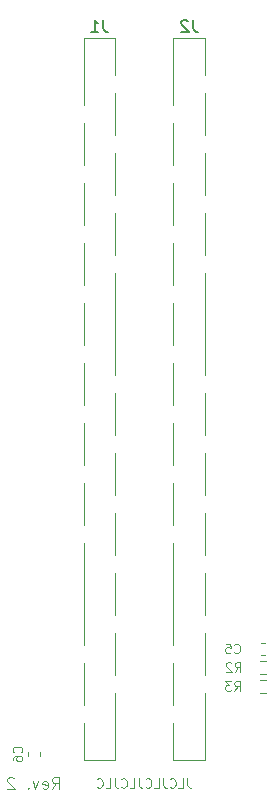
<source format=gbr>
G04 #@! TF.GenerationSoftware,KiCad,Pcbnew,8.0.4+dfsg-1*
G04 #@! TF.CreationDate,2025-03-05T20:28:27+09:00*
G04 #@! TF.ProjectId,bionic-p8080,62696f6e-6963-42d7-9038-3038302e6b69,2*
G04 #@! TF.SameCoordinates,Original*
G04 #@! TF.FileFunction,Legend,Bot*
G04 #@! TF.FilePolarity,Positive*
%FSLAX46Y46*%
G04 Gerber Fmt 4.6, Leading zero omitted, Abs format (unit mm)*
G04 Created by KiCad (PCBNEW 8.0.4+dfsg-1) date 2025-03-05 20:28:27*
%MOMM*%
%LPD*%
G01*
G04 APERTURE LIST*
%ADD10C,0.100000*%
%ADD11C,0.125000*%
%ADD12C,0.150000*%
%ADD13C,0.120000*%
G04 APERTURE END LIST*
D10*
X117395238Y-136406895D02*
X117395238Y-136978323D01*
X117395238Y-136978323D02*
X117433333Y-137092609D01*
X117433333Y-137092609D02*
X117509524Y-137168800D01*
X117509524Y-137168800D02*
X117623809Y-137206895D01*
X117623809Y-137206895D02*
X117700000Y-137206895D01*
X116633333Y-137206895D02*
X117014285Y-137206895D01*
X117014285Y-137206895D02*
X117014285Y-136406895D01*
X115909523Y-137130704D02*
X115947619Y-137168800D01*
X115947619Y-137168800D02*
X116061904Y-137206895D01*
X116061904Y-137206895D02*
X116138095Y-137206895D01*
X116138095Y-137206895D02*
X116252381Y-137168800D01*
X116252381Y-137168800D02*
X116328571Y-137092609D01*
X116328571Y-137092609D02*
X116366666Y-137016419D01*
X116366666Y-137016419D02*
X116404762Y-136864038D01*
X116404762Y-136864038D02*
X116404762Y-136749752D01*
X116404762Y-136749752D02*
X116366666Y-136597371D01*
X116366666Y-136597371D02*
X116328571Y-136521180D01*
X116328571Y-136521180D02*
X116252381Y-136444990D01*
X116252381Y-136444990D02*
X116138095Y-136406895D01*
X116138095Y-136406895D02*
X116061904Y-136406895D01*
X116061904Y-136406895D02*
X115947619Y-136444990D01*
X115947619Y-136444990D02*
X115909523Y-136483085D01*
X115338095Y-136406895D02*
X115338095Y-136978323D01*
X115338095Y-136978323D02*
X115376190Y-137092609D01*
X115376190Y-137092609D02*
X115452381Y-137168800D01*
X115452381Y-137168800D02*
X115566666Y-137206895D01*
X115566666Y-137206895D02*
X115642857Y-137206895D01*
X114576190Y-137206895D02*
X114957142Y-137206895D01*
X114957142Y-137206895D02*
X114957142Y-136406895D01*
X113852380Y-137130704D02*
X113890476Y-137168800D01*
X113890476Y-137168800D02*
X114004761Y-137206895D01*
X114004761Y-137206895D02*
X114080952Y-137206895D01*
X114080952Y-137206895D02*
X114195238Y-137168800D01*
X114195238Y-137168800D02*
X114271428Y-137092609D01*
X114271428Y-137092609D02*
X114309523Y-137016419D01*
X114309523Y-137016419D02*
X114347619Y-136864038D01*
X114347619Y-136864038D02*
X114347619Y-136749752D01*
X114347619Y-136749752D02*
X114309523Y-136597371D01*
X114309523Y-136597371D02*
X114271428Y-136521180D01*
X114271428Y-136521180D02*
X114195238Y-136444990D01*
X114195238Y-136444990D02*
X114080952Y-136406895D01*
X114080952Y-136406895D02*
X114004761Y-136406895D01*
X114004761Y-136406895D02*
X113890476Y-136444990D01*
X113890476Y-136444990D02*
X113852380Y-136483085D01*
X113280952Y-136406895D02*
X113280952Y-136978323D01*
X113280952Y-136978323D02*
X113319047Y-137092609D01*
X113319047Y-137092609D02*
X113395238Y-137168800D01*
X113395238Y-137168800D02*
X113509523Y-137206895D01*
X113509523Y-137206895D02*
X113585714Y-137206895D01*
X112519047Y-137206895D02*
X112899999Y-137206895D01*
X112899999Y-137206895D02*
X112899999Y-136406895D01*
X111795237Y-137130704D02*
X111833333Y-137168800D01*
X111833333Y-137168800D02*
X111947618Y-137206895D01*
X111947618Y-137206895D02*
X112023809Y-137206895D01*
X112023809Y-137206895D02*
X112138095Y-137168800D01*
X112138095Y-137168800D02*
X112214285Y-137092609D01*
X112214285Y-137092609D02*
X112252380Y-137016419D01*
X112252380Y-137016419D02*
X112290476Y-136864038D01*
X112290476Y-136864038D02*
X112290476Y-136749752D01*
X112290476Y-136749752D02*
X112252380Y-136597371D01*
X112252380Y-136597371D02*
X112214285Y-136521180D01*
X112214285Y-136521180D02*
X112138095Y-136444990D01*
X112138095Y-136444990D02*
X112023809Y-136406895D01*
X112023809Y-136406895D02*
X111947618Y-136406895D01*
X111947618Y-136406895D02*
X111833333Y-136444990D01*
X111833333Y-136444990D02*
X111795237Y-136483085D01*
X111223809Y-136406895D02*
X111223809Y-136978323D01*
X111223809Y-136978323D02*
X111261904Y-137092609D01*
X111261904Y-137092609D02*
X111338095Y-137168800D01*
X111338095Y-137168800D02*
X111452380Y-137206895D01*
X111452380Y-137206895D02*
X111528571Y-137206895D01*
X110461904Y-137206895D02*
X110842856Y-137206895D01*
X110842856Y-137206895D02*
X110842856Y-136406895D01*
X109738094Y-137130704D02*
X109776190Y-137168800D01*
X109776190Y-137168800D02*
X109890475Y-137206895D01*
X109890475Y-137206895D02*
X109966666Y-137206895D01*
X109966666Y-137206895D02*
X110080952Y-137168800D01*
X110080952Y-137168800D02*
X110157142Y-137092609D01*
X110157142Y-137092609D02*
X110195237Y-137016419D01*
X110195237Y-137016419D02*
X110233333Y-136864038D01*
X110233333Y-136864038D02*
X110233333Y-136749752D01*
X110233333Y-136749752D02*
X110195237Y-136597371D01*
X110195237Y-136597371D02*
X110157142Y-136521180D01*
X110157142Y-136521180D02*
X110080952Y-136444990D01*
X110080952Y-136444990D02*
X109966666Y-136406895D01*
X109966666Y-136406895D02*
X109890475Y-136406895D01*
X109890475Y-136406895D02*
X109776190Y-136444990D01*
X109776190Y-136444990D02*
X109738094Y-136483085D01*
D11*
X105950240Y-137308119D02*
X106283573Y-136831928D01*
X106521668Y-137308119D02*
X106521668Y-136308119D01*
X106521668Y-136308119D02*
X106140716Y-136308119D01*
X106140716Y-136308119D02*
X106045478Y-136355738D01*
X106045478Y-136355738D02*
X105997859Y-136403357D01*
X105997859Y-136403357D02*
X105950240Y-136498595D01*
X105950240Y-136498595D02*
X105950240Y-136641452D01*
X105950240Y-136641452D02*
X105997859Y-136736690D01*
X105997859Y-136736690D02*
X106045478Y-136784309D01*
X106045478Y-136784309D02*
X106140716Y-136831928D01*
X106140716Y-136831928D02*
X106521668Y-136831928D01*
X105140716Y-137260500D02*
X105235954Y-137308119D01*
X105235954Y-137308119D02*
X105426430Y-137308119D01*
X105426430Y-137308119D02*
X105521668Y-137260500D01*
X105521668Y-137260500D02*
X105569287Y-137165261D01*
X105569287Y-137165261D02*
X105569287Y-136784309D01*
X105569287Y-136784309D02*
X105521668Y-136689071D01*
X105521668Y-136689071D02*
X105426430Y-136641452D01*
X105426430Y-136641452D02*
X105235954Y-136641452D01*
X105235954Y-136641452D02*
X105140716Y-136689071D01*
X105140716Y-136689071D02*
X105093097Y-136784309D01*
X105093097Y-136784309D02*
X105093097Y-136879547D01*
X105093097Y-136879547D02*
X105569287Y-136974785D01*
X104759763Y-136641452D02*
X104521668Y-137308119D01*
X104521668Y-137308119D02*
X104283573Y-136641452D01*
X103902620Y-137212880D02*
X103855001Y-137260500D01*
X103855001Y-137260500D02*
X103902620Y-137308119D01*
X103902620Y-137308119D02*
X103950239Y-137260500D01*
X103950239Y-137260500D02*
X103902620Y-137212880D01*
X103902620Y-137212880D02*
X103902620Y-137308119D01*
X102712144Y-136403357D02*
X102664525Y-136355738D01*
X102664525Y-136355738D02*
X102569287Y-136308119D01*
X102569287Y-136308119D02*
X102331192Y-136308119D01*
X102331192Y-136308119D02*
X102235954Y-136355738D01*
X102235954Y-136355738D02*
X102188335Y-136403357D01*
X102188335Y-136403357D02*
X102140716Y-136498595D01*
X102140716Y-136498595D02*
X102140716Y-136593833D01*
X102140716Y-136593833D02*
X102188335Y-136736690D01*
X102188335Y-136736690D02*
X102759763Y-137308119D01*
X102759763Y-137308119D02*
X102140716Y-137308119D01*
D10*
X103320704Y-134205967D02*
X103358800Y-134167871D01*
X103358800Y-134167871D02*
X103396895Y-134053586D01*
X103396895Y-134053586D02*
X103396895Y-133977395D01*
X103396895Y-133977395D02*
X103358800Y-133863109D01*
X103358800Y-133863109D02*
X103282609Y-133786919D01*
X103282609Y-133786919D02*
X103206419Y-133748824D01*
X103206419Y-133748824D02*
X103054038Y-133710728D01*
X103054038Y-133710728D02*
X102939752Y-133710728D01*
X102939752Y-133710728D02*
X102787371Y-133748824D01*
X102787371Y-133748824D02*
X102711180Y-133786919D01*
X102711180Y-133786919D02*
X102634990Y-133863109D01*
X102634990Y-133863109D02*
X102596895Y-133977395D01*
X102596895Y-133977395D02*
X102596895Y-134053586D01*
X102596895Y-134053586D02*
X102634990Y-134167871D01*
X102634990Y-134167871D02*
X102673085Y-134205967D01*
X102596895Y-134891681D02*
X102596895Y-134739300D01*
X102596895Y-134739300D02*
X102634990Y-134663109D01*
X102634990Y-134663109D02*
X102673085Y-134625014D01*
X102673085Y-134625014D02*
X102787371Y-134548824D01*
X102787371Y-134548824D02*
X102939752Y-134510728D01*
X102939752Y-134510728D02*
X103244514Y-134510728D01*
X103244514Y-134510728D02*
X103320704Y-134548824D01*
X103320704Y-134548824D02*
X103358800Y-134586919D01*
X103358800Y-134586919D02*
X103396895Y-134663109D01*
X103396895Y-134663109D02*
X103396895Y-134815490D01*
X103396895Y-134815490D02*
X103358800Y-134891681D01*
X103358800Y-134891681D02*
X103320704Y-134929776D01*
X103320704Y-134929776D02*
X103244514Y-134967871D01*
X103244514Y-134967871D02*
X103054038Y-134967871D01*
X103054038Y-134967871D02*
X102977847Y-134929776D01*
X102977847Y-134929776D02*
X102939752Y-134891681D01*
X102939752Y-134891681D02*
X102901657Y-134815490D01*
X102901657Y-134815490D02*
X102901657Y-134663109D01*
X102901657Y-134663109D02*
X102939752Y-134586919D01*
X102939752Y-134586919D02*
X102977847Y-134548824D01*
X102977847Y-134548824D02*
X103054038Y-134510728D01*
X121375232Y-125727704D02*
X121413328Y-125765800D01*
X121413328Y-125765800D02*
X121527613Y-125803895D01*
X121527613Y-125803895D02*
X121603804Y-125803895D01*
X121603804Y-125803895D02*
X121718090Y-125765800D01*
X121718090Y-125765800D02*
X121794280Y-125689609D01*
X121794280Y-125689609D02*
X121832375Y-125613419D01*
X121832375Y-125613419D02*
X121870471Y-125461038D01*
X121870471Y-125461038D02*
X121870471Y-125346752D01*
X121870471Y-125346752D02*
X121832375Y-125194371D01*
X121832375Y-125194371D02*
X121794280Y-125118180D01*
X121794280Y-125118180D02*
X121718090Y-125041990D01*
X121718090Y-125041990D02*
X121603804Y-125003895D01*
X121603804Y-125003895D02*
X121527613Y-125003895D01*
X121527613Y-125003895D02*
X121413328Y-125041990D01*
X121413328Y-125041990D02*
X121375232Y-125080085D01*
X120651423Y-125003895D02*
X121032375Y-125003895D01*
X121032375Y-125003895D02*
X121070471Y-125384847D01*
X121070471Y-125384847D02*
X121032375Y-125346752D01*
X121032375Y-125346752D02*
X120956185Y-125308657D01*
X120956185Y-125308657D02*
X120765709Y-125308657D01*
X120765709Y-125308657D02*
X120689518Y-125346752D01*
X120689518Y-125346752D02*
X120651423Y-125384847D01*
X120651423Y-125384847D02*
X120613328Y-125461038D01*
X120613328Y-125461038D02*
X120613328Y-125651514D01*
X120613328Y-125651514D02*
X120651423Y-125727704D01*
X120651423Y-125727704D02*
X120689518Y-125765800D01*
X120689518Y-125765800D02*
X120765709Y-125803895D01*
X120765709Y-125803895D02*
X120956185Y-125803895D01*
X120956185Y-125803895D02*
X121032375Y-125765800D01*
X121032375Y-125765800D02*
X121070471Y-125727704D01*
X121400632Y-127383295D02*
X121667299Y-127002342D01*
X121857775Y-127383295D02*
X121857775Y-126583295D01*
X121857775Y-126583295D02*
X121553013Y-126583295D01*
X121553013Y-126583295D02*
X121476823Y-126621390D01*
X121476823Y-126621390D02*
X121438728Y-126659485D01*
X121438728Y-126659485D02*
X121400632Y-126735676D01*
X121400632Y-126735676D02*
X121400632Y-126849961D01*
X121400632Y-126849961D02*
X121438728Y-126926152D01*
X121438728Y-126926152D02*
X121476823Y-126964247D01*
X121476823Y-126964247D02*
X121553013Y-127002342D01*
X121553013Y-127002342D02*
X121857775Y-127002342D01*
X121095871Y-126659485D02*
X121057775Y-126621390D01*
X121057775Y-126621390D02*
X120981585Y-126583295D01*
X120981585Y-126583295D02*
X120791109Y-126583295D01*
X120791109Y-126583295D02*
X120714918Y-126621390D01*
X120714918Y-126621390D02*
X120676823Y-126659485D01*
X120676823Y-126659485D02*
X120638728Y-126735676D01*
X120638728Y-126735676D02*
X120638728Y-126811866D01*
X120638728Y-126811866D02*
X120676823Y-126926152D01*
X120676823Y-126926152D02*
X121133966Y-127383295D01*
X121133966Y-127383295D02*
X120638728Y-127383295D01*
X121377132Y-128988095D02*
X121643799Y-128607142D01*
X121834275Y-128988095D02*
X121834275Y-128188095D01*
X121834275Y-128188095D02*
X121529513Y-128188095D01*
X121529513Y-128188095D02*
X121453323Y-128226190D01*
X121453323Y-128226190D02*
X121415228Y-128264285D01*
X121415228Y-128264285D02*
X121377132Y-128340476D01*
X121377132Y-128340476D02*
X121377132Y-128454761D01*
X121377132Y-128454761D02*
X121415228Y-128530952D01*
X121415228Y-128530952D02*
X121453323Y-128569047D01*
X121453323Y-128569047D02*
X121529513Y-128607142D01*
X121529513Y-128607142D02*
X121834275Y-128607142D01*
X121110466Y-128188095D02*
X120615228Y-128188095D01*
X120615228Y-128188095D02*
X120881894Y-128492857D01*
X120881894Y-128492857D02*
X120767609Y-128492857D01*
X120767609Y-128492857D02*
X120691418Y-128530952D01*
X120691418Y-128530952D02*
X120653323Y-128569047D01*
X120653323Y-128569047D02*
X120615228Y-128645238D01*
X120615228Y-128645238D02*
X120615228Y-128835714D01*
X120615228Y-128835714D02*
X120653323Y-128911904D01*
X120653323Y-128911904D02*
X120691418Y-128950000D01*
X120691418Y-128950000D02*
X120767609Y-128988095D01*
X120767609Y-128988095D02*
X120996180Y-128988095D01*
X120996180Y-128988095D02*
X121072371Y-128950000D01*
X121072371Y-128950000D02*
X121110466Y-128911904D01*
D12*
X117868733Y-72204819D02*
X117868733Y-72919104D01*
X117868733Y-72919104D02*
X117916352Y-73061961D01*
X117916352Y-73061961D02*
X118011590Y-73157200D01*
X118011590Y-73157200D02*
X118154447Y-73204819D01*
X118154447Y-73204819D02*
X118249685Y-73204819D01*
X117440161Y-72300057D02*
X117392542Y-72252438D01*
X117392542Y-72252438D02*
X117297304Y-72204819D01*
X117297304Y-72204819D02*
X117059209Y-72204819D01*
X117059209Y-72204819D02*
X116963971Y-72252438D01*
X116963971Y-72252438D02*
X116916352Y-72300057D01*
X116916352Y-72300057D02*
X116868733Y-72395295D01*
X116868733Y-72395295D02*
X116868733Y-72490533D01*
X116868733Y-72490533D02*
X116916352Y-72633390D01*
X116916352Y-72633390D02*
X117487780Y-73204819D01*
X117487780Y-73204819D02*
X116868733Y-73204819D01*
X110248733Y-72204819D02*
X110248733Y-72919104D01*
X110248733Y-72919104D02*
X110296352Y-73061961D01*
X110296352Y-73061961D02*
X110391590Y-73157200D01*
X110391590Y-73157200D02*
X110534447Y-73204819D01*
X110534447Y-73204819D02*
X110629685Y-73204819D01*
X109248733Y-73204819D02*
X109820161Y-73204819D01*
X109534447Y-73204819D02*
X109534447Y-72204819D01*
X109534447Y-72204819D02*
X109629685Y-72347676D01*
X109629685Y-72347676D02*
X109724923Y-72442914D01*
X109724923Y-72442914D02*
X109820161Y-72490533D01*
D13*
X104888200Y-134484467D02*
X104888200Y-134191933D01*
X103868200Y-134484467D02*
X103868200Y-134191933D01*
X123662933Y-124938200D02*
X123955467Y-124938200D01*
X123662933Y-125958200D02*
X123955467Y-125958200D01*
X123554476Y-126500500D02*
X124063924Y-126500500D01*
X123554476Y-127545500D02*
X124063924Y-127545500D01*
X124040424Y-128100700D02*
X123530976Y-128100700D01*
X124040424Y-129145700D02*
X123530976Y-129145700D01*
X116184600Y-74320000D02*
X116184600Y-73750000D01*
X116184600Y-79400000D02*
X116184600Y-74320000D01*
X116184600Y-84480000D02*
X116184600Y-80920000D01*
X116184600Y-89560000D02*
X116184600Y-86000000D01*
X116184600Y-94640000D02*
X116184600Y-91080000D01*
X116184600Y-99720000D02*
X116184600Y-96160000D01*
X116184600Y-104800000D02*
X116184600Y-101240000D01*
X116184600Y-109880000D02*
X116184600Y-106320000D01*
X116184600Y-114960000D02*
X116184600Y-111400000D01*
X116184600Y-121560000D02*
X116184600Y-116480000D01*
X116184600Y-125120000D02*
X116184600Y-121560000D01*
X116184600Y-130200000D02*
X116184600Y-126640000D01*
X116184600Y-134830000D02*
X116184600Y-131720000D01*
X118844600Y-73750000D02*
X116184600Y-73750000D01*
X118844600Y-76860000D02*
X118844600Y-73750000D01*
X118844600Y-81940000D02*
X118844600Y-78380000D01*
X118844600Y-87020000D02*
X118844600Y-83460000D01*
X118844600Y-92100000D02*
X118844600Y-88540000D01*
X118844600Y-98700000D02*
X118844600Y-93620000D01*
X118844600Y-102260000D02*
X118844600Y-98700000D01*
X118844600Y-107340000D02*
X118844600Y-103780000D01*
X118844600Y-112420000D02*
X118844600Y-108860000D01*
X118844600Y-117500000D02*
X118844600Y-113940000D01*
X118844600Y-122580000D02*
X118844600Y-119020000D01*
X118844600Y-127660000D02*
X118844600Y-124100000D01*
X118844600Y-134260000D02*
X118844600Y-129180000D01*
X118844600Y-134830000D02*
X116184600Y-134830000D01*
X118844600Y-134830000D02*
X118844600Y-134260000D01*
X108606200Y-75840000D02*
X108606200Y-73750000D01*
X108606200Y-79400000D02*
X108606200Y-75840000D01*
X108606200Y-84480000D02*
X108606200Y-80920000D01*
X108606200Y-89560000D02*
X108606200Y-86000000D01*
X108606200Y-94640000D02*
X108606200Y-91080000D01*
X108606200Y-99720000D02*
X108606200Y-96160000D01*
X108606200Y-104800000D02*
X108606200Y-101240000D01*
X108606200Y-109880000D02*
X108606200Y-106320000D01*
X108606200Y-114960000D02*
X108606200Y-111400000D01*
X108606200Y-121560000D02*
X108606200Y-116480000D01*
X108606200Y-125120000D02*
X108606200Y-121560000D01*
X108606200Y-130200000D02*
X108606200Y-126640000D01*
X108606200Y-134830000D02*
X108606200Y-131720000D01*
X111266200Y-73750000D02*
X108606200Y-73750000D01*
X111266200Y-76860000D02*
X111266200Y-73750000D01*
X111266200Y-81940000D02*
X111266200Y-78380000D01*
X111266200Y-87020000D02*
X111266200Y-83460000D01*
X111266200Y-92100000D02*
X111266200Y-88540000D01*
X111266200Y-98700000D02*
X111266200Y-93620000D01*
X111266200Y-102260000D02*
X111266200Y-98700000D01*
X111266200Y-107340000D02*
X111266200Y-103780000D01*
X111266200Y-112420000D02*
X111266200Y-108860000D01*
X111266200Y-117500000D02*
X111266200Y-113940000D01*
X111266200Y-122580000D02*
X111266200Y-119020000D01*
X111266200Y-127660000D02*
X111266200Y-124100000D01*
X111266200Y-134260000D02*
X111266200Y-129180000D01*
X111266200Y-134830000D02*
X108606200Y-134830000D01*
X111266200Y-134830000D02*
X111266200Y-134260000D01*
M02*

</source>
